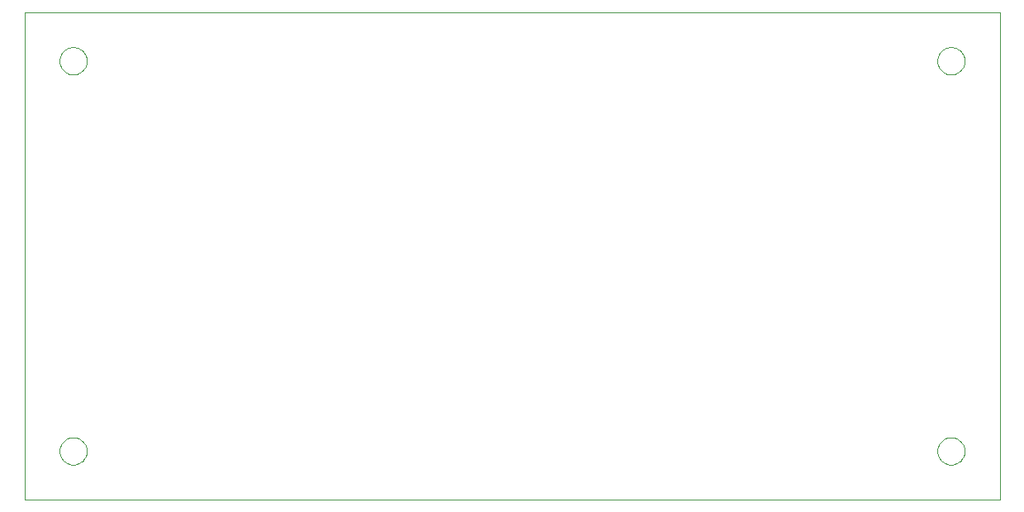
<source format=gbo>
G75*
%MOIN*%
%OFA0B0*%
%FSLAX24Y24*%
%IPPOS*%
%LPD*%
%AMOC8*
5,1,8,0,0,1.08239X$1,22.5*
%
%ADD10C,0.0000*%
D10*
X000544Y003496D02*
X000544Y023181D01*
X039914Y023181D01*
X039914Y003496D01*
X000544Y003496D01*
X001961Y005465D02*
X001963Y005512D01*
X001969Y005558D01*
X001979Y005604D01*
X001992Y005649D01*
X002010Y005692D01*
X002031Y005734D01*
X002055Y005774D01*
X002083Y005811D01*
X002114Y005846D01*
X002148Y005879D01*
X002184Y005908D01*
X002223Y005934D01*
X002264Y005957D01*
X002307Y005976D01*
X002351Y005992D01*
X002396Y006004D01*
X002442Y006012D01*
X002489Y006016D01*
X002535Y006016D01*
X002582Y006012D01*
X002628Y006004D01*
X002673Y005992D01*
X002717Y005976D01*
X002760Y005957D01*
X002801Y005934D01*
X002840Y005908D01*
X002876Y005879D01*
X002910Y005846D01*
X002941Y005811D01*
X002969Y005774D01*
X002993Y005734D01*
X003014Y005692D01*
X003032Y005649D01*
X003045Y005604D01*
X003055Y005558D01*
X003061Y005512D01*
X003063Y005465D01*
X003061Y005418D01*
X003055Y005372D01*
X003045Y005326D01*
X003032Y005281D01*
X003014Y005238D01*
X002993Y005196D01*
X002969Y005156D01*
X002941Y005119D01*
X002910Y005084D01*
X002876Y005051D01*
X002840Y005022D01*
X002801Y004996D01*
X002760Y004973D01*
X002717Y004954D01*
X002673Y004938D01*
X002628Y004926D01*
X002582Y004918D01*
X002535Y004914D01*
X002489Y004914D01*
X002442Y004918D01*
X002396Y004926D01*
X002351Y004938D01*
X002307Y004954D01*
X002264Y004973D01*
X002223Y004996D01*
X002184Y005022D01*
X002148Y005051D01*
X002114Y005084D01*
X002083Y005119D01*
X002055Y005156D01*
X002031Y005196D01*
X002010Y005238D01*
X001992Y005281D01*
X001979Y005326D01*
X001969Y005372D01*
X001963Y005418D01*
X001961Y005465D01*
X001961Y021213D02*
X001963Y021260D01*
X001969Y021306D01*
X001979Y021352D01*
X001992Y021397D01*
X002010Y021440D01*
X002031Y021482D01*
X002055Y021522D01*
X002083Y021559D01*
X002114Y021594D01*
X002148Y021627D01*
X002184Y021656D01*
X002223Y021682D01*
X002264Y021705D01*
X002307Y021724D01*
X002351Y021740D01*
X002396Y021752D01*
X002442Y021760D01*
X002489Y021764D01*
X002535Y021764D01*
X002582Y021760D01*
X002628Y021752D01*
X002673Y021740D01*
X002717Y021724D01*
X002760Y021705D01*
X002801Y021682D01*
X002840Y021656D01*
X002876Y021627D01*
X002910Y021594D01*
X002941Y021559D01*
X002969Y021522D01*
X002993Y021482D01*
X003014Y021440D01*
X003032Y021397D01*
X003045Y021352D01*
X003055Y021306D01*
X003061Y021260D01*
X003063Y021213D01*
X003061Y021166D01*
X003055Y021120D01*
X003045Y021074D01*
X003032Y021029D01*
X003014Y020986D01*
X002993Y020944D01*
X002969Y020904D01*
X002941Y020867D01*
X002910Y020832D01*
X002876Y020799D01*
X002840Y020770D01*
X002801Y020744D01*
X002760Y020721D01*
X002717Y020702D01*
X002673Y020686D01*
X002628Y020674D01*
X002582Y020666D01*
X002535Y020662D01*
X002489Y020662D01*
X002442Y020666D01*
X002396Y020674D01*
X002351Y020686D01*
X002307Y020702D01*
X002264Y020721D01*
X002223Y020744D01*
X002184Y020770D01*
X002148Y020799D01*
X002114Y020832D01*
X002083Y020867D01*
X002055Y020904D01*
X002031Y020944D01*
X002010Y020986D01*
X001992Y021029D01*
X001979Y021074D01*
X001969Y021120D01*
X001963Y021166D01*
X001961Y021213D01*
X037394Y021213D02*
X037396Y021260D01*
X037402Y021306D01*
X037412Y021352D01*
X037425Y021397D01*
X037443Y021440D01*
X037464Y021482D01*
X037488Y021522D01*
X037516Y021559D01*
X037547Y021594D01*
X037581Y021627D01*
X037617Y021656D01*
X037656Y021682D01*
X037697Y021705D01*
X037740Y021724D01*
X037784Y021740D01*
X037829Y021752D01*
X037875Y021760D01*
X037922Y021764D01*
X037968Y021764D01*
X038015Y021760D01*
X038061Y021752D01*
X038106Y021740D01*
X038150Y021724D01*
X038193Y021705D01*
X038234Y021682D01*
X038273Y021656D01*
X038309Y021627D01*
X038343Y021594D01*
X038374Y021559D01*
X038402Y021522D01*
X038426Y021482D01*
X038447Y021440D01*
X038465Y021397D01*
X038478Y021352D01*
X038488Y021306D01*
X038494Y021260D01*
X038496Y021213D01*
X038494Y021166D01*
X038488Y021120D01*
X038478Y021074D01*
X038465Y021029D01*
X038447Y020986D01*
X038426Y020944D01*
X038402Y020904D01*
X038374Y020867D01*
X038343Y020832D01*
X038309Y020799D01*
X038273Y020770D01*
X038234Y020744D01*
X038193Y020721D01*
X038150Y020702D01*
X038106Y020686D01*
X038061Y020674D01*
X038015Y020666D01*
X037968Y020662D01*
X037922Y020662D01*
X037875Y020666D01*
X037829Y020674D01*
X037784Y020686D01*
X037740Y020702D01*
X037697Y020721D01*
X037656Y020744D01*
X037617Y020770D01*
X037581Y020799D01*
X037547Y020832D01*
X037516Y020867D01*
X037488Y020904D01*
X037464Y020944D01*
X037443Y020986D01*
X037425Y021029D01*
X037412Y021074D01*
X037402Y021120D01*
X037396Y021166D01*
X037394Y021213D01*
X037394Y005465D02*
X037396Y005512D01*
X037402Y005558D01*
X037412Y005604D01*
X037425Y005649D01*
X037443Y005692D01*
X037464Y005734D01*
X037488Y005774D01*
X037516Y005811D01*
X037547Y005846D01*
X037581Y005879D01*
X037617Y005908D01*
X037656Y005934D01*
X037697Y005957D01*
X037740Y005976D01*
X037784Y005992D01*
X037829Y006004D01*
X037875Y006012D01*
X037922Y006016D01*
X037968Y006016D01*
X038015Y006012D01*
X038061Y006004D01*
X038106Y005992D01*
X038150Y005976D01*
X038193Y005957D01*
X038234Y005934D01*
X038273Y005908D01*
X038309Y005879D01*
X038343Y005846D01*
X038374Y005811D01*
X038402Y005774D01*
X038426Y005734D01*
X038447Y005692D01*
X038465Y005649D01*
X038478Y005604D01*
X038488Y005558D01*
X038494Y005512D01*
X038496Y005465D01*
X038494Y005418D01*
X038488Y005372D01*
X038478Y005326D01*
X038465Y005281D01*
X038447Y005238D01*
X038426Y005196D01*
X038402Y005156D01*
X038374Y005119D01*
X038343Y005084D01*
X038309Y005051D01*
X038273Y005022D01*
X038234Y004996D01*
X038193Y004973D01*
X038150Y004954D01*
X038106Y004938D01*
X038061Y004926D01*
X038015Y004918D01*
X037968Y004914D01*
X037922Y004914D01*
X037875Y004918D01*
X037829Y004926D01*
X037784Y004938D01*
X037740Y004954D01*
X037697Y004973D01*
X037656Y004996D01*
X037617Y005022D01*
X037581Y005051D01*
X037547Y005084D01*
X037516Y005119D01*
X037488Y005156D01*
X037464Y005196D01*
X037443Y005238D01*
X037425Y005281D01*
X037412Y005326D01*
X037402Y005372D01*
X037396Y005418D01*
X037394Y005465D01*
M02*

</source>
